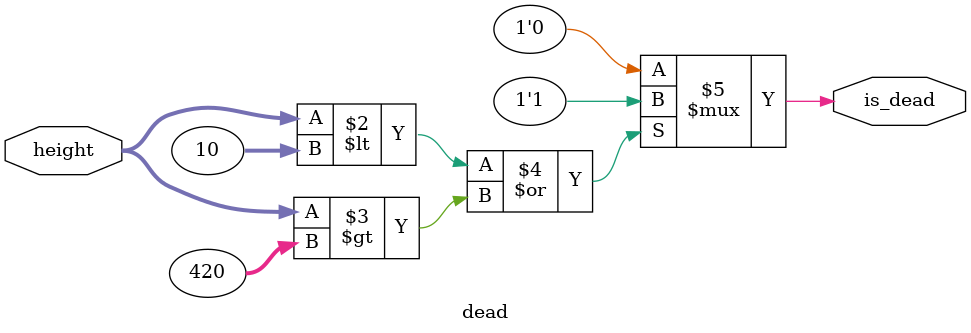
<source format=v>
`timescale 1ns / 1ps

// 1 means player is dead, 0 means player is not dead;
// dead if bottom height<10 or >420
module dead(height, is_dead);
    input [8:0] height;
    output reg  is_dead;
    
    always @ (*) begin
        is_dead = (height<10 | height>420)? 1'b1 : 1'b0;
    end
endmodule

</source>
